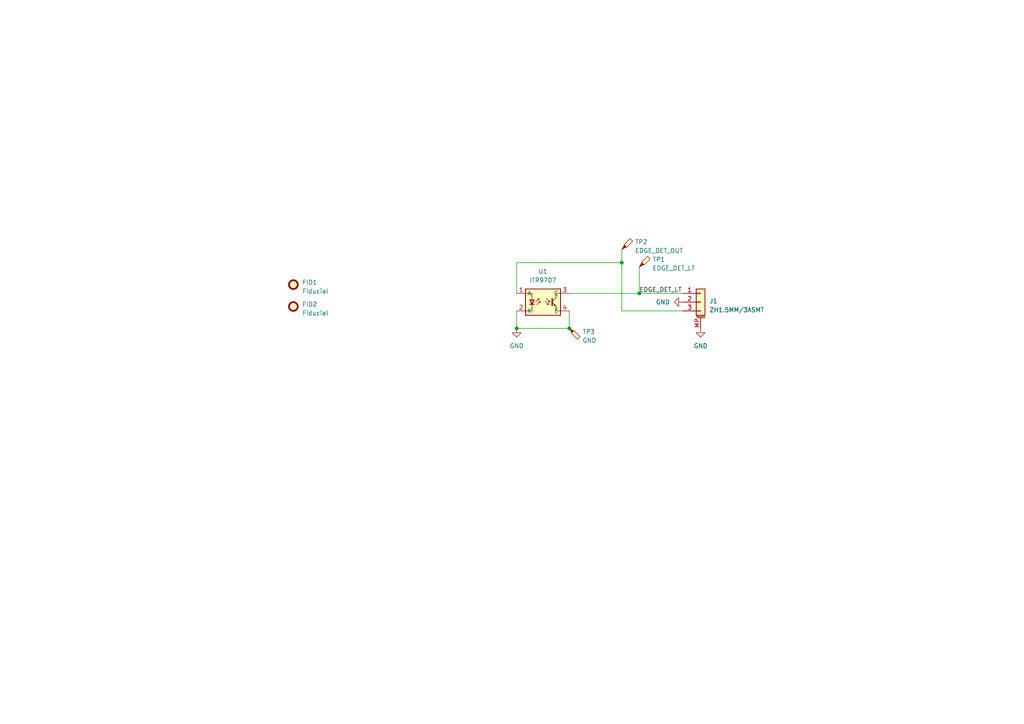
<source format=kicad_sch>
(kicad_sch (version 20230121) (generator eeschema)
  (paper "A4")
  (title_block (title "EHSLS-01-Cliff") (date "2022-05-09") (rev "V0.1") (company "Timye"))
  (lib_symbols
    (symbol "Connector:TestPoint_Probe" (pin_numbers hide) (pin_names (offset 0.762) hide)
      (property "Reference" "TP" (at 1.651 5.842 0))
      (property "Value" "TestPoint_Probe" (at 1.651 4.064 0))
      (symbol "TestPoint_Probe_0_1"
        (polyline (pts (xy 1.27 0.762) (xy 0 0) (xy 0.762 1.27) (xy 1.27 0.762)) (fill (type outline)))
        (polyline (pts (xy 1.397 0.635) (xy 0.635 1.397) (xy 2.413 3.175) (xy 3.175 2.413) (xy 1.397 0.635)) (fill (type background)))
      )
      (symbol "TestPoint_Probe_1_1"
        (pin passive line (at 0 0 90) (length 0) (name "1") (number "1"))
      )
    )
    (symbol "Connector_Generic_MountingPin:Conn_01x03_MountingPin" (pin_names (offset 1.016) hide)
      (property "Reference" "J" (at 0 5.08 0))
      (property "Value" "Conn_01x03_MountingPin" (at 1.27 -5.08 0))
      (symbol "Conn_01x03_MountingPin_1_1"
        (rectangle (start -1.27 -2.413) (end 0 -2.667) (stroke (width 0.1524)))
        (rectangle (start -1.27 0.127) (end 0 -0.127) (stroke (width 0.1524)))
        (rectangle (start -1.27 2.667) (end 0 2.413) (stroke (width 0.1524)))
        (rectangle (start -1.27 3.81) (end 1.27 -3.81) (stroke (width 0.254)) (fill (type background)))
        (polyline (pts (xy -1.016 -4.572) (xy 1.016 -4.572)) (stroke (width 0.1524)))
        (text "Mounting" (at 0 -4.191 0) (effects (font (size 0.381 0.381))))
        (pin passive line (at -5.08 2.54 0) (length 3.81) (name "Pin_1") (number "1"))
        (pin passive line (at -5.08 0 0) (length 3.81) (name "Pin_2") (number "2"))
        (pin passive line (at -5.08 -2.54 0) (length 3.81) (name "Pin_3") (number "3"))
        (pin passive line (at 0 -7.62 90) (length 3.048) (name "MountPin") (number "MP"))
      )
    )
    (symbol "GND_1" (power) (pin_names (offset 0))
      (property "Value" "GND_1" (at 0 -3.81 0))
      (symbol "GND_1_0_1"
        (polyline (pts (xy 0 0) (xy 0 -1.27) (xy 1.27 -1.27) (xy 0 -2.54) (xy -1.27 -1.27) (xy 0 -1.27)))
      )
      (symbol "GND_1_1_1"
        (pin power_in line (at 0 0 270) (length 0) hide (name "GND") (number "1"))
      )
    )
    (symbol "Mechanical:Fiducial"
      (property "Reference" "FID" (at 0 5.08 0))
      (property "Value" "Fiducial" (at 0 3.175 0))
      (symbol "Fiducial_0_1"
        (circle (center 0 0) (radius 1.27) (stroke (width 0.508)) (fill (type background)))
      )
    )
    (symbol "Ovo_Sensor_Proximity:ITR8105"
      (property "Reference" "U" (at 0 6.35 0))
      (property "Value" "ITR8105" (at 0 -6.35 0))
      (symbol "ITR8105_0_1"
        (polyline (pts (xy -3.81 -0.635) (xy -2.54 -0.635)) (stroke (width 0.254)))
        (polyline (pts (xy -1.143 1.016) (xy -1.27 0.508)))
        (polyline (pts (xy -0.762 0.254) (xy -0.889 -0.254)))
        (polyline (pts (xy 1.651 -0.762) (xy 1.143 -0.635)))
        (polyline (pts (xy 2.032 0) (xy 1.524 0.127)))
        (polyline (pts (xy 2.667 -0.127) (xy 3.81 -1.27)))
        (polyline (pts (xy 2.667 0.127) (xy 3.81 1.27)))
        (polyline (pts (xy -2.159 0) (xy -1.143 1.016) (xy -1.651 0.889)))
        (polyline (pts (xy -1.778 -0.762) (xy -0.762 0.254) (xy -1.27 0.127)))
        (polyline (pts (xy 0.635 0.254) (xy 1.651 -0.762) (xy 1.524 -0.254)))
        (polyline (pts (xy 1.016 1.016) (xy 2.032 0) (xy 1.905 0.508)))
        (polyline (pts (xy 2.667 1.016) (xy 2.667 -1.016) (xy 2.667 -1.016)) (stroke (width 0.3556)))
        (polyline (pts (xy 3.81 -1.27) (xy 3.81 -2.54) (xy 5.08 -2.54)))
        (polyline (pts (xy 3.81 1.27) (xy 3.81 2.54) (xy 5.08 2.54)))
        (polyline (pts (xy -5.08 -2.54) (xy -3.175 -2.54) (xy -3.175 2.54) (xy -5.08 2.54)))
        (polyline (pts (xy -3.175 -0.635) (xy -3.81 0.635) (xy -2.54 0.635) (xy -3.175 -0.635)) (stroke (width 0.254)))
        (polyline (pts (xy 3.683 -1.143) (xy 3.429 -0.635) (xy 3.175 -0.889) (xy 3.683 -1.143)))
        (polyline (pts (xy -5.08 -3.81) (xy 5.08 -3.81) (xy 5.08 3.81) (xy -5.08 3.81) (xy -5.08 -3.81)) (stroke (width 0.254)) (fill (type background)))
      )
      (symbol "ITR8105_1_1"
        (pin passive line (at -7.62 2.54 0) (length 2.54) (name "A") (number "1"))
        (pin passive line (at -7.62 -2.54 0) (length 2.54) (name "K") (number "2"))
        (pin open_collector line (at 7.62 2.54 180) (length 2.54) (name "C") (number "3"))
        (pin open_emitter line (at 7.62 -2.54 180) (length 2.54) (name "E") (number "4"))
      )
    )
    (symbol "power:GND" (power) (pin_names (offset 0))
      (property "Value" "GND" (at 0 -3.81 0))
      (symbol "GND_0_1"
        (polyline (pts (xy 0 0) (xy 0 -1.27) (xy 1.27 -1.27) (xy 0 -2.54) (xy -1.27 -1.27) (xy 0 -1.27)))
      )
      (symbol "GND_1_1"
        (pin power_in line (at 0 0 270) (length 0) hide (name "GND") (number "1"))
      )
    )
  )
  (junction (at 165.1 95.25))
  (junction (at 185.42 85.09))
  (junction (at 149.86 95.25))
  (junction (at 180.34 76.2))
  (wire (pts (xy 185.42 85.09) (xy 198.12 85.09)))
  (wire (pts (xy 180.34 72.39) (xy 180.34 76.2)))
  (wire (pts (xy 149.86 95.25) (xy 149.86 90.17)))
  (wire (pts (xy 165.1 85.09) (xy 185.42 85.09)))
  (wire (pts (xy 180.34 90.17) (xy 180.34 76.2)))
  (wire (pts (xy 165.1 90.17) (xy 165.1 95.25)))
  (wire (pts (xy 180.34 76.2) (xy 149.86 76.2)))
  (wire (pts (xy 165.1 95.25) (xy 149.86 95.25)))
  (wire (pts (xy 185.42 77.47) (xy 185.42 85.09)))
  (wire (pts (xy 149.86 76.2) (xy 149.86 85.09)))
  (wire (pts (xy 180.34 90.17) (xy 198.12 90.17)))
  (label "EDGE_DET_LT" (at 185.42 85.09 0))
  (symbol (lib_id "Connector:TestPoint_Probe") (at 165.1 95.25 270) (unit 1)
    (property "Reference" "TP3" (at 168.91 96.2025 90) (effects (justify left)))
    (property "Value" "GND" (at 168.91 98.7425 90) (effects (justify left)))
    (property "Footprint" "TestPoint:TestPoint_Pad_D1.0mm" (effects hide))
  )
  (symbol (lib_id "Mechanical:Fiducial") (at 85.09 88.9 0) (unit 1) (in_bom no)
    (property "Reference" "FID2" (at 87.63 88.265 0) (effects (justify left)))
    (property "Value" "Fiducial" (at 87.63 90.805 0) (effects (justify left)))
    (property "Footprint" "Fiducial:Fiducial_1mm_Mask2mm" (effects hide))
  )
  (symbol (lib_id "Mechanical:Fiducial") (at 85.09 82.55 0) (unit 1) (in_bom no)
    (property "Reference" "FID1" (at 87.63 81.915 0) (effects (justify left)))
    (property "Value" "Fiducial" (at 87.63 84.455 0) (effects (justify left)))
    (property "Footprint" "Fiducial:Fiducial_1mm_Mask2mm" (effects hide))
  )
  (symbol (lib_id "power:GND") (at 149.86 95.25 0) (unit 1)
    (property "Reference" "#PWR0102" (effects hide))
    (property "Value" "GND" (at 149.86 100.33 0))
  )
  (symbol (lib_id "Connector:TestPoint_Probe") (at 185.42 77.47 0) (unit 1)
    (property "Reference" "TP1" (at 189.23 75.2475 0) (effects (justify left)))
    (property "Value" "EDGE_DET_LT" (at 189.23 77.7875 0) (effects (justify left)))
    (property "Footprint" "TestPoint:TestPoint_Pad_D1.0mm" (effects hide))
  )
  (symbol (lib_id "Connector_Generic_MountingPin:Conn_01x03_MountingPin") (at 203.2 87.63 0) (unit 1)
    (property "Reference" "J1" (at 205.74 87.3506 0) (effects (justify left)))
    (property "Value" "ZH1.5MM/3ASMT" (at 205.74 89.8906 0) (effects (justify left)))
    (property "Footprint" "Ovo_Connector_JST:JST_ZH_B3B-ZR-SM4-TF_1x03-1MP_P1.50mm_Vertical" (effects hide))
  )
  (symbol (lib_name "GND_1") (lib_id "power:GND") (at 203.2 95.25 0) (unit 1)
    (property "Reference" "#PWR01" (effects hide))
    (property "Value" "GND" (at 203.2 100.33 0))
  )
  (symbol (lib_id "power:GND") (at 198.12 87.63 270) (unit 1)
    (property "Reference" "#PWR0101" (effects hide))
    (property "Value" "GND" (at 194.31 87.63 90) (effects (justify right)))
  )
  (symbol (lib_id "Connector:TestPoint_Probe") (at 180.34 72.39 0) (unit 1)
    (property "Reference" "TP2" (at 184.15 70.1675 0) (effects (justify left)))
    (property "Value" "EDGE_DET_OUT" (at 184.15 72.7075 0) (effects (justify left)))
    (property "Footprint" "TestPoint:TestPoint_Pad_D1.0mm" (effects hide))
  )
  (symbol (lib_id "Ovo_Sensor_Proximity:ITR8105") (at 157.48 87.63 0) (unit 1)
    (property "Reference" "U1" (at 157.48 78.74 0))
    (property "Value" "ITR9707" (at 157.48 81.28 0))
    (property "Footprint" "Ovo_Sensor_Proximity:EverLight_ITR9707_12.8x6.4mm_P2.54mm" (effects hide))
    (property "Datasheet" "https://atta.szlcsc.com/upload/public/pdf/source/20170303/1488533271045.pdf" (effects hide))
  )
)
</source>
